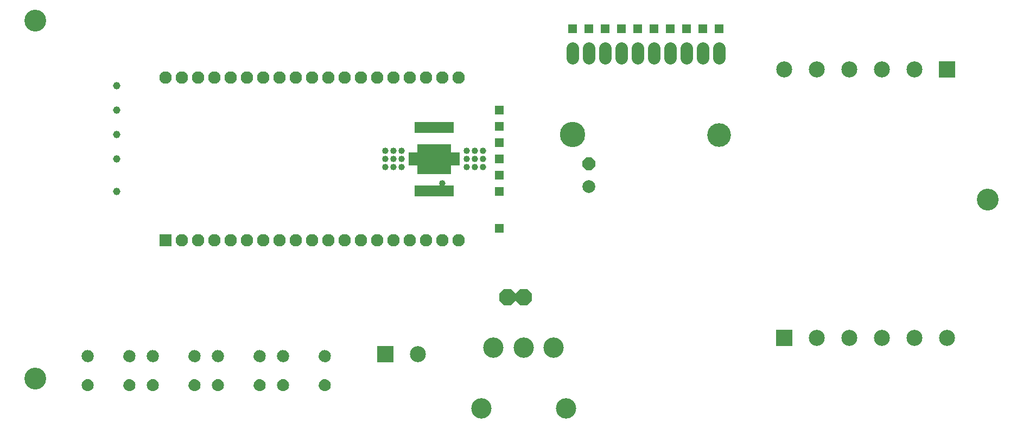
<source format=gbr>
G04 EAGLE Gerber RS-274X export*
G75*
%MOMM*%
%FSLAX34Y34*%
%LPD*%
%INSoldermask Bottom*%
%IPPOS*%
%AMOC8*
5,1,8,0,0,1.08239X$1,22.5*%
G01*
%ADD10C,3.403200*%
%ADD11C,2.003400*%
%ADD12P,2.168460X8X112.500000*%
%ADD13P,2.800792X8X202.500000*%
%ADD14R,2.503200X2.503200*%
%ADD15C,2.503200*%
%ADD16R,1.933200X1.933200*%
%ADD17C,1.933200*%
%ADD18R,1.053200X1.753200*%
%ADD19R,1.403200X1.403200*%
%ADD20C,1.927200*%
%ADD21C,3.959200*%
%ADD22C,3.705200*%
%ADD23C,3.178200*%
%ADD24C,1.009600*%
%ADD25C,1.159600*%

G36*
X725047Y383387D02*
X725047Y383387D01*
X725042Y383394D01*
X725049Y383400D01*
X725049Y396351D01*
X738500Y396351D01*
X738547Y396387D01*
X738546Y396388D01*
X738547Y396389D01*
X738543Y396395D01*
X738549Y396400D01*
X738549Y416400D01*
X738513Y416447D01*
X738506Y416442D01*
X738500Y416449D01*
X725049Y416449D01*
X725049Y429400D01*
X725013Y429447D01*
X725006Y429442D01*
X725000Y429449D01*
X672000Y429449D01*
X671953Y429413D01*
X671958Y429406D01*
X671951Y429400D01*
X671951Y416449D01*
X658500Y416449D01*
X658453Y416413D01*
X658454Y416412D01*
X658453Y416411D01*
X658457Y416405D01*
X658451Y416400D01*
X658451Y396400D01*
X658487Y396353D01*
X658494Y396358D01*
X658500Y396351D01*
X671951Y396351D01*
X671951Y383400D01*
X671987Y383353D01*
X671994Y383358D01*
X672000Y383351D01*
X725000Y383351D01*
X725047Y383387D01*
G37*
G36*
X362949Y89590D02*
X362949Y89590D01*
X362996Y89603D01*
X363071Y89613D01*
X364688Y90091D01*
X364716Y90105D01*
X364737Y90109D01*
X364761Y90123D01*
X364803Y90137D01*
X366295Y90921D01*
X366333Y90951D01*
X366399Y90989D01*
X367710Y92049D01*
X367741Y92085D01*
X367798Y92136D01*
X368877Y93431D01*
X368901Y93473D01*
X368947Y93534D01*
X369753Y95015D01*
X369768Y95060D01*
X369801Y95129D01*
X370302Y96738D01*
X370308Y96786D01*
X370327Y96860D01*
X370502Y98513D01*
X370549Y98769D01*
X370549Y98791D01*
X370556Y98951D01*
X370371Y100669D01*
X370358Y100715D01*
X370346Y100790D01*
X369830Y102439D01*
X369808Y102482D01*
X369782Y102553D01*
X368954Y104070D01*
X368924Y104108D01*
X368884Y104173D01*
X367777Y105499D01*
X367740Y105530D01*
X367688Y105586D01*
X366343Y106670D01*
X366301Y106693D01*
X366239Y106739D01*
X364708Y107540D01*
X364662Y107554D01*
X364593Y107586D01*
X362936Y108074D01*
X362888Y108079D01*
X362814Y108097D01*
X361345Y108229D01*
X361317Y108245D01*
X361278Y108251D01*
X361241Y108266D01*
X361145Y108271D01*
X361095Y108279D01*
X361075Y108276D01*
X361054Y108277D01*
X359363Y108125D01*
X359317Y108112D01*
X359241Y108102D01*
X357612Y107623D01*
X357569Y107602D01*
X357497Y107576D01*
X355993Y106789D01*
X355955Y106760D01*
X355889Y106721D01*
X354567Y105655D01*
X354535Y105619D01*
X354478Y105568D01*
X353389Y104265D01*
X353366Y104224D01*
X353319Y104163D01*
X352506Y102672D01*
X352491Y102627D01*
X352457Y102558D01*
X351950Y100938D01*
X351944Y100890D01*
X351925Y100816D01*
X351744Y99133D01*
X351720Y98935D01*
X351722Y98884D01*
X351718Y98793D01*
X351891Y97084D01*
X351905Y97038D01*
X351916Y96962D01*
X352419Y95320D01*
X352441Y95277D01*
X352467Y95205D01*
X353281Y93692D01*
X353311Y93655D01*
X353351Y93589D01*
X354444Y92265D01*
X354481Y92233D01*
X354532Y92177D01*
X355863Y91091D01*
X355906Y91068D01*
X355967Y91022D01*
X357484Y90217D01*
X357530Y90202D01*
X357599Y90170D01*
X357842Y90097D01*
X357843Y90097D01*
X359245Y89676D01*
X359292Y89670D01*
X359367Y89652D01*
X360954Y89500D01*
X360971Y89494D01*
X361065Y89452D01*
X361075Y89452D01*
X361083Y89448D01*
X361270Y89437D01*
X362949Y89590D01*
G37*
G36*
X261349Y89590D02*
X261349Y89590D01*
X261396Y89603D01*
X261471Y89613D01*
X263088Y90091D01*
X263116Y90105D01*
X263137Y90109D01*
X263161Y90123D01*
X263203Y90137D01*
X264695Y90921D01*
X264733Y90951D01*
X264799Y90989D01*
X266110Y92049D01*
X266141Y92085D01*
X266198Y92136D01*
X267277Y93431D01*
X267301Y93473D01*
X267347Y93534D01*
X268153Y95015D01*
X268168Y95060D01*
X268201Y95129D01*
X268702Y96738D01*
X268708Y96786D01*
X268727Y96860D01*
X268902Y98513D01*
X268949Y98769D01*
X268949Y98791D01*
X268956Y98951D01*
X268771Y100669D01*
X268758Y100715D01*
X268746Y100790D01*
X268230Y102439D01*
X268208Y102482D01*
X268182Y102553D01*
X267354Y104070D01*
X267324Y104108D01*
X267284Y104173D01*
X266177Y105499D01*
X266140Y105530D01*
X266088Y105586D01*
X264743Y106670D01*
X264701Y106693D01*
X264639Y106739D01*
X263108Y107540D01*
X263062Y107554D01*
X262993Y107586D01*
X261336Y108074D01*
X261288Y108079D01*
X261214Y108097D01*
X259745Y108229D01*
X259717Y108245D01*
X259678Y108251D01*
X259641Y108266D01*
X259545Y108271D01*
X259495Y108279D01*
X259475Y108276D01*
X259454Y108277D01*
X257763Y108125D01*
X257717Y108112D01*
X257641Y108102D01*
X256012Y107623D01*
X255969Y107602D01*
X255897Y107576D01*
X254393Y106789D01*
X254355Y106760D01*
X254289Y106721D01*
X252967Y105655D01*
X252935Y105619D01*
X252878Y105568D01*
X251789Y104265D01*
X251766Y104224D01*
X251719Y104163D01*
X250906Y102672D01*
X250891Y102627D01*
X250857Y102558D01*
X250350Y100938D01*
X250344Y100890D01*
X250325Y100816D01*
X250144Y99133D01*
X250120Y98935D01*
X250122Y98884D01*
X250118Y98793D01*
X250291Y97084D01*
X250305Y97038D01*
X250316Y96962D01*
X250819Y95320D01*
X250841Y95277D01*
X250867Y95205D01*
X251681Y93692D01*
X251711Y93655D01*
X251751Y93589D01*
X252844Y92265D01*
X252881Y92233D01*
X252932Y92177D01*
X254263Y91091D01*
X254306Y91068D01*
X254367Y91022D01*
X255884Y90217D01*
X255930Y90202D01*
X255999Y90170D01*
X256242Y90097D01*
X256243Y90097D01*
X257645Y89676D01*
X257692Y89670D01*
X257767Y89652D01*
X259354Y89500D01*
X259371Y89494D01*
X259465Y89452D01*
X259475Y89452D01*
X259483Y89448D01*
X259670Y89437D01*
X261349Y89590D01*
G37*
G36*
X464549Y89590D02*
X464549Y89590D01*
X464596Y89603D01*
X464671Y89613D01*
X466288Y90091D01*
X466316Y90105D01*
X466337Y90109D01*
X466361Y90123D01*
X466403Y90137D01*
X467895Y90921D01*
X467933Y90951D01*
X467999Y90989D01*
X469310Y92049D01*
X469341Y92085D01*
X469398Y92136D01*
X470477Y93431D01*
X470501Y93473D01*
X470547Y93534D01*
X471353Y95015D01*
X471368Y95060D01*
X471401Y95129D01*
X471902Y96738D01*
X471908Y96786D01*
X471927Y96860D01*
X472102Y98513D01*
X472149Y98769D01*
X472149Y98791D01*
X472156Y98951D01*
X471971Y100669D01*
X471958Y100715D01*
X471946Y100790D01*
X471430Y102439D01*
X471408Y102482D01*
X471382Y102553D01*
X470554Y104070D01*
X470524Y104108D01*
X470484Y104173D01*
X469377Y105499D01*
X469340Y105530D01*
X469288Y105586D01*
X467943Y106670D01*
X467901Y106693D01*
X467839Y106739D01*
X466308Y107540D01*
X466262Y107554D01*
X466193Y107586D01*
X464536Y108074D01*
X464488Y108079D01*
X464414Y108097D01*
X462945Y108229D01*
X462917Y108245D01*
X462878Y108251D01*
X462841Y108266D01*
X462745Y108271D01*
X462695Y108279D01*
X462675Y108276D01*
X462654Y108277D01*
X460963Y108125D01*
X460917Y108112D01*
X460841Y108102D01*
X459212Y107623D01*
X459169Y107602D01*
X459097Y107576D01*
X457593Y106789D01*
X457555Y106760D01*
X457489Y106721D01*
X456167Y105655D01*
X456135Y105619D01*
X456078Y105568D01*
X454989Y104265D01*
X454966Y104224D01*
X454919Y104163D01*
X454106Y102672D01*
X454091Y102627D01*
X454057Y102558D01*
X453550Y100938D01*
X453544Y100890D01*
X453525Y100816D01*
X453344Y99133D01*
X453320Y98935D01*
X453322Y98884D01*
X453318Y98793D01*
X453491Y97084D01*
X453505Y97038D01*
X453516Y96962D01*
X454019Y95320D01*
X454041Y95277D01*
X454067Y95205D01*
X454881Y93692D01*
X454911Y93655D01*
X454951Y93589D01*
X456044Y92265D01*
X456081Y92233D01*
X456132Y92177D01*
X457463Y91091D01*
X457506Y91068D01*
X457567Y91022D01*
X459084Y90217D01*
X459130Y90202D01*
X459199Y90170D01*
X459442Y90097D01*
X459443Y90097D01*
X460845Y89676D01*
X460892Y89670D01*
X460967Y89652D01*
X462554Y89500D01*
X462571Y89494D01*
X462665Y89452D01*
X462675Y89452D01*
X462683Y89448D01*
X462870Y89437D01*
X464549Y89590D01*
G37*
G36*
X159749Y89590D02*
X159749Y89590D01*
X159796Y89603D01*
X159871Y89613D01*
X161488Y90091D01*
X161516Y90105D01*
X161537Y90109D01*
X161561Y90123D01*
X161603Y90137D01*
X163095Y90921D01*
X163133Y90951D01*
X163199Y90989D01*
X164510Y92049D01*
X164541Y92085D01*
X164598Y92136D01*
X165677Y93431D01*
X165701Y93473D01*
X165747Y93534D01*
X166553Y95015D01*
X166568Y95060D01*
X166601Y95129D01*
X167102Y96738D01*
X167108Y96786D01*
X167127Y96860D01*
X167302Y98513D01*
X167349Y98769D01*
X167349Y98791D01*
X167356Y98951D01*
X167171Y100669D01*
X167158Y100715D01*
X167146Y100790D01*
X166630Y102439D01*
X166608Y102482D01*
X166582Y102553D01*
X165754Y104070D01*
X165724Y104108D01*
X165684Y104173D01*
X164577Y105499D01*
X164540Y105530D01*
X164488Y105586D01*
X163143Y106670D01*
X163101Y106693D01*
X163039Y106739D01*
X161508Y107540D01*
X161462Y107554D01*
X161393Y107586D01*
X159736Y108074D01*
X159688Y108079D01*
X159614Y108097D01*
X158145Y108229D01*
X158117Y108245D01*
X158078Y108251D01*
X158041Y108266D01*
X157945Y108271D01*
X157895Y108279D01*
X157875Y108276D01*
X157854Y108277D01*
X156163Y108125D01*
X156117Y108112D01*
X156041Y108102D01*
X154412Y107623D01*
X154369Y107602D01*
X154297Y107576D01*
X152793Y106789D01*
X152755Y106760D01*
X152689Y106721D01*
X151367Y105655D01*
X151335Y105619D01*
X151278Y105568D01*
X150189Y104265D01*
X150166Y104224D01*
X150119Y104163D01*
X149306Y102672D01*
X149291Y102627D01*
X149257Y102558D01*
X148750Y100938D01*
X148744Y100890D01*
X148725Y100816D01*
X148544Y99133D01*
X148520Y98935D01*
X148522Y98884D01*
X148518Y98793D01*
X148691Y97084D01*
X148705Y97038D01*
X148716Y96962D01*
X149219Y95320D01*
X149241Y95277D01*
X149267Y95205D01*
X150081Y93692D01*
X150111Y93655D01*
X150151Y93589D01*
X151244Y92265D01*
X151281Y92233D01*
X151332Y92177D01*
X152663Y91091D01*
X152706Y91068D01*
X152767Y91022D01*
X154284Y90217D01*
X154330Y90202D01*
X154399Y90170D01*
X154642Y90097D01*
X154643Y90097D01*
X156045Y89676D01*
X156092Y89670D01*
X156167Y89652D01*
X157754Y89500D01*
X157771Y89494D01*
X157865Y89452D01*
X157875Y89452D01*
X157883Y89448D01*
X158070Y89437D01*
X159749Y89590D01*
G37*
G36*
X428024Y89565D02*
X428024Y89565D01*
X428071Y89578D01*
X428146Y89588D01*
X429763Y90066D01*
X429791Y90080D01*
X429812Y90084D01*
X429836Y90098D01*
X429878Y90112D01*
X431370Y90896D01*
X431408Y90926D01*
X431474Y90964D01*
X432785Y92024D01*
X432816Y92060D01*
X432873Y92111D01*
X433952Y93406D01*
X433976Y93448D01*
X434022Y93509D01*
X434828Y94990D01*
X434843Y95035D01*
X434876Y95104D01*
X435377Y96713D01*
X435383Y96761D01*
X435402Y96835D01*
X435577Y98488D01*
X435624Y98744D01*
X435624Y98766D01*
X435631Y98926D01*
X435446Y100644D01*
X435433Y100690D01*
X435421Y100765D01*
X434905Y102414D01*
X434883Y102457D01*
X434857Y102528D01*
X434029Y104045D01*
X433999Y104083D01*
X433959Y104148D01*
X432852Y105474D01*
X432815Y105505D01*
X432763Y105561D01*
X431418Y106645D01*
X431376Y106668D01*
X431314Y106714D01*
X429783Y107515D01*
X429737Y107529D01*
X429668Y107561D01*
X428011Y108049D01*
X427963Y108054D01*
X427889Y108072D01*
X426420Y108204D01*
X426392Y108220D01*
X426353Y108226D01*
X426316Y108241D01*
X426220Y108246D01*
X426170Y108254D01*
X426150Y108251D01*
X426129Y108252D01*
X424438Y108100D01*
X424392Y108087D01*
X424316Y108077D01*
X422687Y107598D01*
X422644Y107577D01*
X422572Y107551D01*
X421068Y106764D01*
X421030Y106735D01*
X420964Y106696D01*
X419642Y105630D01*
X419610Y105594D01*
X419553Y105543D01*
X418464Y104240D01*
X418441Y104199D01*
X418394Y104138D01*
X417581Y102647D01*
X417566Y102602D01*
X417532Y102533D01*
X417025Y100913D01*
X417019Y100865D01*
X417000Y100791D01*
X416819Y99108D01*
X416795Y98910D01*
X416797Y98859D01*
X416793Y98768D01*
X416966Y97059D01*
X416980Y97013D01*
X416991Y96937D01*
X417494Y95295D01*
X417516Y95252D01*
X417542Y95180D01*
X418356Y93667D01*
X418386Y93630D01*
X418426Y93564D01*
X419519Y92240D01*
X419556Y92208D01*
X419607Y92152D01*
X420938Y91066D01*
X420981Y91043D01*
X421042Y90997D01*
X422559Y90192D01*
X422605Y90177D01*
X422674Y90145D01*
X422917Y90072D01*
X422918Y90072D01*
X424320Y89651D01*
X424367Y89645D01*
X424442Y89627D01*
X426029Y89475D01*
X426046Y89469D01*
X426140Y89427D01*
X426150Y89427D01*
X426158Y89423D01*
X426345Y89412D01*
X428024Y89565D01*
G37*
G36*
X326424Y89565D02*
X326424Y89565D01*
X326471Y89578D01*
X326546Y89588D01*
X328163Y90066D01*
X328191Y90080D01*
X328212Y90084D01*
X328236Y90098D01*
X328278Y90112D01*
X329770Y90896D01*
X329808Y90926D01*
X329874Y90964D01*
X331185Y92024D01*
X331216Y92060D01*
X331273Y92111D01*
X332352Y93406D01*
X332376Y93448D01*
X332422Y93509D01*
X333228Y94990D01*
X333243Y95035D01*
X333276Y95104D01*
X333777Y96713D01*
X333783Y96761D01*
X333802Y96835D01*
X333977Y98488D01*
X334024Y98744D01*
X334024Y98766D01*
X334031Y98926D01*
X333846Y100644D01*
X333833Y100690D01*
X333821Y100765D01*
X333305Y102414D01*
X333283Y102457D01*
X333257Y102528D01*
X332429Y104045D01*
X332399Y104083D01*
X332359Y104148D01*
X331252Y105474D01*
X331215Y105505D01*
X331163Y105561D01*
X329818Y106645D01*
X329776Y106668D01*
X329714Y106714D01*
X328183Y107515D01*
X328137Y107529D01*
X328068Y107561D01*
X326411Y108049D01*
X326363Y108054D01*
X326289Y108072D01*
X324820Y108204D01*
X324792Y108220D01*
X324753Y108226D01*
X324716Y108241D01*
X324620Y108246D01*
X324570Y108254D01*
X324550Y108251D01*
X324529Y108252D01*
X322838Y108100D01*
X322792Y108087D01*
X322716Y108077D01*
X321087Y107598D01*
X321044Y107577D01*
X320972Y107551D01*
X319468Y106764D01*
X319430Y106735D01*
X319364Y106696D01*
X318042Y105630D01*
X318010Y105594D01*
X317953Y105543D01*
X316864Y104240D01*
X316841Y104199D01*
X316794Y104138D01*
X315981Y102647D01*
X315966Y102602D01*
X315932Y102533D01*
X315425Y100913D01*
X315419Y100865D01*
X315400Y100791D01*
X315219Y99108D01*
X315195Y98910D01*
X315197Y98859D01*
X315193Y98768D01*
X315366Y97059D01*
X315380Y97013D01*
X315391Y96937D01*
X315894Y95295D01*
X315916Y95252D01*
X315942Y95180D01*
X316756Y93667D01*
X316786Y93630D01*
X316826Y93564D01*
X317919Y92240D01*
X317956Y92208D01*
X318007Y92152D01*
X319338Y91066D01*
X319381Y91043D01*
X319442Y90997D01*
X320959Y90192D01*
X321005Y90177D01*
X321074Y90145D01*
X321317Y90072D01*
X321318Y90072D01*
X322720Y89651D01*
X322767Y89645D01*
X322842Y89627D01*
X324429Y89475D01*
X324446Y89469D01*
X324540Y89427D01*
X324550Y89427D01*
X324558Y89423D01*
X324745Y89412D01*
X326424Y89565D01*
G37*
G36*
X224824Y89565D02*
X224824Y89565D01*
X224871Y89578D01*
X224946Y89588D01*
X226563Y90066D01*
X226591Y90080D01*
X226612Y90084D01*
X226636Y90098D01*
X226678Y90112D01*
X228170Y90896D01*
X228208Y90926D01*
X228274Y90964D01*
X229585Y92024D01*
X229616Y92060D01*
X229673Y92111D01*
X230752Y93406D01*
X230776Y93448D01*
X230822Y93509D01*
X231628Y94990D01*
X231643Y95035D01*
X231676Y95104D01*
X232177Y96713D01*
X232183Y96761D01*
X232202Y96835D01*
X232377Y98488D01*
X232424Y98744D01*
X232424Y98766D01*
X232431Y98926D01*
X232246Y100644D01*
X232233Y100690D01*
X232221Y100765D01*
X231705Y102414D01*
X231683Y102457D01*
X231657Y102528D01*
X230829Y104045D01*
X230799Y104083D01*
X230759Y104148D01*
X229652Y105474D01*
X229615Y105505D01*
X229563Y105561D01*
X228218Y106645D01*
X228176Y106668D01*
X228114Y106714D01*
X226583Y107515D01*
X226537Y107529D01*
X226468Y107561D01*
X224811Y108049D01*
X224763Y108054D01*
X224689Y108072D01*
X223220Y108204D01*
X223192Y108220D01*
X223153Y108226D01*
X223116Y108241D01*
X223020Y108246D01*
X222970Y108254D01*
X222950Y108251D01*
X222929Y108252D01*
X221238Y108100D01*
X221192Y108087D01*
X221116Y108077D01*
X219487Y107598D01*
X219444Y107577D01*
X219372Y107551D01*
X217868Y106764D01*
X217830Y106735D01*
X217764Y106696D01*
X216442Y105630D01*
X216410Y105594D01*
X216353Y105543D01*
X215264Y104240D01*
X215241Y104199D01*
X215194Y104138D01*
X214381Y102647D01*
X214366Y102602D01*
X214332Y102533D01*
X213825Y100913D01*
X213819Y100865D01*
X213800Y100791D01*
X213619Y99108D01*
X213595Y98910D01*
X213597Y98859D01*
X213593Y98768D01*
X213766Y97059D01*
X213780Y97013D01*
X213791Y96937D01*
X214294Y95295D01*
X214316Y95252D01*
X214342Y95180D01*
X215156Y93667D01*
X215186Y93630D01*
X215226Y93564D01*
X216319Y92240D01*
X216356Y92208D01*
X216407Y92152D01*
X217738Y91066D01*
X217781Y91043D01*
X217842Y90997D01*
X219359Y90192D01*
X219405Y90177D01*
X219474Y90145D01*
X219717Y90072D01*
X219718Y90072D01*
X221120Y89651D01*
X221167Y89645D01*
X221242Y89627D01*
X222829Y89475D01*
X222846Y89469D01*
X222940Y89427D01*
X222950Y89427D01*
X222958Y89423D01*
X223145Y89412D01*
X224824Y89565D01*
G37*
G36*
X529624Y89565D02*
X529624Y89565D01*
X529671Y89578D01*
X529746Y89588D01*
X531363Y90066D01*
X531391Y90080D01*
X531412Y90084D01*
X531436Y90098D01*
X531478Y90112D01*
X532970Y90896D01*
X533008Y90926D01*
X533074Y90964D01*
X534385Y92024D01*
X534416Y92060D01*
X534473Y92111D01*
X535552Y93406D01*
X535576Y93448D01*
X535622Y93509D01*
X536428Y94990D01*
X536443Y95035D01*
X536476Y95104D01*
X536977Y96713D01*
X536983Y96761D01*
X537002Y96835D01*
X537177Y98488D01*
X537224Y98744D01*
X537224Y98766D01*
X537231Y98926D01*
X537046Y100644D01*
X537033Y100690D01*
X537021Y100765D01*
X536505Y102414D01*
X536483Y102457D01*
X536457Y102528D01*
X535629Y104045D01*
X535599Y104083D01*
X535559Y104148D01*
X534452Y105474D01*
X534415Y105505D01*
X534363Y105561D01*
X533018Y106645D01*
X532976Y106668D01*
X532914Y106714D01*
X531383Y107515D01*
X531337Y107529D01*
X531268Y107561D01*
X529611Y108049D01*
X529563Y108054D01*
X529489Y108072D01*
X528020Y108204D01*
X527992Y108220D01*
X527953Y108226D01*
X527916Y108241D01*
X527820Y108246D01*
X527770Y108254D01*
X527750Y108251D01*
X527729Y108252D01*
X526038Y108100D01*
X525992Y108087D01*
X525916Y108077D01*
X524287Y107598D01*
X524244Y107577D01*
X524172Y107551D01*
X522668Y106764D01*
X522630Y106735D01*
X522564Y106696D01*
X521242Y105630D01*
X521210Y105594D01*
X521153Y105543D01*
X520064Y104240D01*
X520041Y104199D01*
X519994Y104138D01*
X519181Y102647D01*
X519166Y102602D01*
X519132Y102533D01*
X518625Y100913D01*
X518619Y100865D01*
X518600Y100791D01*
X518419Y99108D01*
X518395Y98910D01*
X518397Y98859D01*
X518393Y98768D01*
X518566Y97059D01*
X518580Y97013D01*
X518591Y96937D01*
X519094Y95295D01*
X519116Y95252D01*
X519142Y95180D01*
X519956Y93667D01*
X519986Y93630D01*
X520026Y93564D01*
X521119Y92240D01*
X521156Y92208D01*
X521207Y92152D01*
X522538Y91066D01*
X522581Y91043D01*
X522642Y90997D01*
X524159Y90192D01*
X524205Y90177D01*
X524274Y90145D01*
X524517Y90072D01*
X524518Y90072D01*
X525920Y89651D01*
X525967Y89645D01*
X526042Y89627D01*
X527629Y89475D01*
X527646Y89469D01*
X527740Y89427D01*
X527750Y89427D01*
X527758Y89423D01*
X527945Y89412D01*
X529624Y89565D01*
G37*
G36*
X224824Y44327D02*
X224824Y44327D01*
X224871Y44340D01*
X224946Y44350D01*
X226563Y44828D01*
X226591Y44842D01*
X226612Y44846D01*
X226636Y44860D01*
X226678Y44874D01*
X228170Y45658D01*
X228208Y45688D01*
X228274Y45726D01*
X229585Y46786D01*
X229616Y46822D01*
X229673Y46873D01*
X230752Y48168D01*
X230776Y48210D01*
X230822Y48271D01*
X231628Y49752D01*
X231643Y49797D01*
X231676Y49866D01*
X232177Y51475D01*
X232183Y51523D01*
X232202Y51597D01*
X232377Y53250D01*
X232424Y53506D01*
X232424Y53528D01*
X232431Y53688D01*
X232246Y55406D01*
X232233Y55452D01*
X232221Y55527D01*
X231705Y57176D01*
X231683Y57219D01*
X231657Y57290D01*
X230829Y58807D01*
X230799Y58845D01*
X230759Y58910D01*
X229652Y60236D01*
X229615Y60267D01*
X229563Y60323D01*
X228218Y61407D01*
X228176Y61430D01*
X228114Y61476D01*
X226583Y62277D01*
X226537Y62291D01*
X226468Y62323D01*
X224811Y62811D01*
X224763Y62816D01*
X224689Y62834D01*
X223220Y62966D01*
X223192Y62982D01*
X223153Y62988D01*
X223116Y63003D01*
X223020Y63008D01*
X222970Y63016D01*
X222950Y63013D01*
X222929Y63014D01*
X221238Y62862D01*
X221192Y62849D01*
X221116Y62839D01*
X219487Y62360D01*
X219444Y62339D01*
X219372Y62313D01*
X217868Y61526D01*
X217830Y61497D01*
X217764Y61458D01*
X216442Y60392D01*
X216410Y60356D01*
X216353Y60305D01*
X215264Y59002D01*
X215241Y58961D01*
X215194Y58900D01*
X214381Y57409D01*
X214366Y57364D01*
X214332Y57295D01*
X213825Y55675D01*
X213819Y55627D01*
X213800Y55553D01*
X213619Y53870D01*
X213595Y53672D01*
X213597Y53621D01*
X213593Y53530D01*
X213766Y51821D01*
X213780Y51775D01*
X213791Y51699D01*
X214294Y50057D01*
X214316Y50014D01*
X214342Y49942D01*
X215156Y48429D01*
X215186Y48392D01*
X215226Y48326D01*
X216319Y47002D01*
X216356Y46970D01*
X216407Y46914D01*
X217738Y45828D01*
X217781Y45805D01*
X217842Y45759D01*
X219359Y44954D01*
X219405Y44939D01*
X219474Y44907D01*
X219717Y44834D01*
X219718Y44834D01*
X221120Y44413D01*
X221167Y44407D01*
X221242Y44389D01*
X222829Y44237D01*
X222846Y44231D01*
X222940Y44189D01*
X222950Y44189D01*
X222958Y44185D01*
X223145Y44174D01*
X224824Y44327D01*
G37*
G36*
X529624Y44327D02*
X529624Y44327D01*
X529671Y44340D01*
X529746Y44350D01*
X531363Y44828D01*
X531391Y44842D01*
X531412Y44846D01*
X531436Y44860D01*
X531478Y44874D01*
X532970Y45658D01*
X533008Y45688D01*
X533074Y45726D01*
X534385Y46786D01*
X534416Y46822D01*
X534473Y46873D01*
X535552Y48168D01*
X535576Y48210D01*
X535622Y48271D01*
X536428Y49752D01*
X536443Y49797D01*
X536476Y49866D01*
X536977Y51475D01*
X536983Y51523D01*
X537002Y51597D01*
X537177Y53250D01*
X537224Y53506D01*
X537224Y53528D01*
X537231Y53688D01*
X537046Y55406D01*
X537033Y55452D01*
X537021Y55527D01*
X536505Y57176D01*
X536483Y57219D01*
X536457Y57290D01*
X535629Y58807D01*
X535599Y58845D01*
X535559Y58910D01*
X534452Y60236D01*
X534415Y60267D01*
X534363Y60323D01*
X533018Y61407D01*
X532976Y61430D01*
X532914Y61476D01*
X531383Y62277D01*
X531337Y62291D01*
X531268Y62323D01*
X529611Y62811D01*
X529563Y62816D01*
X529489Y62834D01*
X528020Y62966D01*
X527992Y62982D01*
X527953Y62988D01*
X527916Y63003D01*
X527820Y63008D01*
X527770Y63016D01*
X527750Y63013D01*
X527729Y63014D01*
X526038Y62862D01*
X525992Y62849D01*
X525916Y62839D01*
X524287Y62360D01*
X524244Y62339D01*
X524172Y62313D01*
X522668Y61526D01*
X522630Y61497D01*
X522564Y61458D01*
X521242Y60392D01*
X521210Y60356D01*
X521153Y60305D01*
X520064Y59002D01*
X520041Y58961D01*
X519994Y58900D01*
X519181Y57409D01*
X519166Y57364D01*
X519132Y57295D01*
X518625Y55675D01*
X518619Y55627D01*
X518600Y55553D01*
X518419Y53870D01*
X518395Y53672D01*
X518397Y53621D01*
X518393Y53530D01*
X518566Y51821D01*
X518580Y51775D01*
X518591Y51699D01*
X519094Y50057D01*
X519116Y50014D01*
X519142Y49942D01*
X519956Y48429D01*
X519986Y48392D01*
X520026Y48326D01*
X521119Y47002D01*
X521156Y46970D01*
X521207Y46914D01*
X522538Y45828D01*
X522581Y45805D01*
X522642Y45759D01*
X524159Y44954D01*
X524205Y44939D01*
X524274Y44907D01*
X524517Y44834D01*
X524518Y44834D01*
X525920Y44413D01*
X525967Y44407D01*
X526042Y44389D01*
X527629Y44237D01*
X527646Y44231D01*
X527740Y44189D01*
X527750Y44189D01*
X527758Y44185D01*
X527945Y44174D01*
X529624Y44327D01*
G37*
G36*
X428024Y44327D02*
X428024Y44327D01*
X428071Y44340D01*
X428146Y44350D01*
X429763Y44828D01*
X429791Y44842D01*
X429812Y44846D01*
X429836Y44860D01*
X429878Y44874D01*
X431370Y45658D01*
X431408Y45688D01*
X431474Y45726D01*
X432785Y46786D01*
X432816Y46822D01*
X432873Y46873D01*
X433952Y48168D01*
X433976Y48210D01*
X434022Y48271D01*
X434828Y49752D01*
X434843Y49797D01*
X434876Y49866D01*
X435377Y51475D01*
X435383Y51523D01*
X435402Y51597D01*
X435577Y53250D01*
X435624Y53506D01*
X435624Y53528D01*
X435631Y53688D01*
X435446Y55406D01*
X435433Y55452D01*
X435421Y55527D01*
X434905Y57176D01*
X434883Y57219D01*
X434857Y57290D01*
X434029Y58807D01*
X433999Y58845D01*
X433959Y58910D01*
X432852Y60236D01*
X432815Y60267D01*
X432763Y60323D01*
X431418Y61407D01*
X431376Y61430D01*
X431314Y61476D01*
X429783Y62277D01*
X429737Y62291D01*
X429668Y62323D01*
X428011Y62811D01*
X427963Y62816D01*
X427889Y62834D01*
X426420Y62966D01*
X426392Y62982D01*
X426353Y62988D01*
X426316Y63003D01*
X426220Y63008D01*
X426170Y63016D01*
X426150Y63013D01*
X426129Y63014D01*
X424438Y62862D01*
X424392Y62849D01*
X424316Y62839D01*
X422687Y62360D01*
X422644Y62339D01*
X422572Y62313D01*
X421068Y61526D01*
X421030Y61497D01*
X420964Y61458D01*
X419642Y60392D01*
X419610Y60356D01*
X419553Y60305D01*
X418464Y59002D01*
X418441Y58961D01*
X418394Y58900D01*
X417581Y57409D01*
X417566Y57364D01*
X417532Y57295D01*
X417025Y55675D01*
X417019Y55627D01*
X417000Y55553D01*
X416819Y53870D01*
X416795Y53672D01*
X416797Y53621D01*
X416793Y53530D01*
X416966Y51821D01*
X416980Y51775D01*
X416991Y51699D01*
X417494Y50057D01*
X417516Y50014D01*
X417542Y49942D01*
X418356Y48429D01*
X418386Y48392D01*
X418426Y48326D01*
X419519Y47002D01*
X419556Y46970D01*
X419607Y46914D01*
X420938Y45828D01*
X420981Y45805D01*
X421042Y45759D01*
X422559Y44954D01*
X422605Y44939D01*
X422674Y44907D01*
X422917Y44834D01*
X422918Y44834D01*
X424320Y44413D01*
X424367Y44407D01*
X424442Y44389D01*
X426029Y44237D01*
X426046Y44231D01*
X426140Y44189D01*
X426150Y44189D01*
X426158Y44185D01*
X426345Y44174D01*
X428024Y44327D01*
G37*
G36*
X326424Y44327D02*
X326424Y44327D01*
X326471Y44340D01*
X326546Y44350D01*
X328163Y44828D01*
X328191Y44842D01*
X328212Y44846D01*
X328236Y44860D01*
X328278Y44874D01*
X329770Y45658D01*
X329808Y45688D01*
X329874Y45726D01*
X331185Y46786D01*
X331216Y46822D01*
X331273Y46873D01*
X332352Y48168D01*
X332376Y48210D01*
X332422Y48271D01*
X333228Y49752D01*
X333243Y49797D01*
X333276Y49866D01*
X333777Y51475D01*
X333783Y51523D01*
X333802Y51597D01*
X333977Y53250D01*
X334024Y53506D01*
X334024Y53528D01*
X334031Y53688D01*
X333846Y55406D01*
X333833Y55452D01*
X333821Y55527D01*
X333305Y57176D01*
X333283Y57219D01*
X333257Y57290D01*
X332429Y58807D01*
X332399Y58845D01*
X332359Y58910D01*
X331252Y60236D01*
X331215Y60267D01*
X331163Y60323D01*
X329818Y61407D01*
X329776Y61430D01*
X329714Y61476D01*
X328183Y62277D01*
X328137Y62291D01*
X328068Y62323D01*
X326411Y62811D01*
X326363Y62816D01*
X326289Y62834D01*
X324820Y62966D01*
X324792Y62982D01*
X324753Y62988D01*
X324716Y63003D01*
X324620Y63008D01*
X324570Y63016D01*
X324550Y63013D01*
X324529Y63014D01*
X322838Y62862D01*
X322792Y62849D01*
X322716Y62839D01*
X321087Y62360D01*
X321044Y62339D01*
X320972Y62313D01*
X319468Y61526D01*
X319430Y61497D01*
X319364Y61458D01*
X318042Y60392D01*
X318010Y60356D01*
X317953Y60305D01*
X316864Y59002D01*
X316841Y58961D01*
X316794Y58900D01*
X315981Y57409D01*
X315966Y57364D01*
X315932Y57295D01*
X315425Y55675D01*
X315419Y55627D01*
X315400Y55553D01*
X315219Y53870D01*
X315195Y53672D01*
X315197Y53621D01*
X315193Y53530D01*
X315366Y51821D01*
X315380Y51775D01*
X315391Y51699D01*
X315894Y50057D01*
X315916Y50014D01*
X315942Y49942D01*
X316756Y48429D01*
X316786Y48392D01*
X316826Y48326D01*
X317919Y47002D01*
X317956Y46970D01*
X318007Y46914D01*
X319338Y45828D01*
X319381Y45805D01*
X319442Y45759D01*
X320959Y44954D01*
X321005Y44939D01*
X321074Y44907D01*
X321317Y44834D01*
X321318Y44834D01*
X322720Y44413D01*
X322767Y44407D01*
X322842Y44389D01*
X324429Y44237D01*
X324446Y44231D01*
X324540Y44189D01*
X324550Y44189D01*
X324558Y44185D01*
X324745Y44174D01*
X326424Y44327D01*
G37*
G36*
X363000Y44302D02*
X363000Y44302D01*
X363047Y44315D01*
X363122Y44325D01*
X364739Y44803D01*
X364767Y44817D01*
X364788Y44821D01*
X364812Y44835D01*
X364854Y44849D01*
X366346Y45633D01*
X366384Y45663D01*
X366450Y45701D01*
X367761Y46761D01*
X367792Y46797D01*
X367849Y46848D01*
X368928Y48143D01*
X368952Y48185D01*
X368998Y48246D01*
X369804Y49727D01*
X369819Y49772D01*
X369852Y49841D01*
X370353Y51450D01*
X370359Y51498D01*
X370378Y51572D01*
X370553Y53225D01*
X370600Y53481D01*
X370600Y53503D01*
X370607Y53663D01*
X370422Y55381D01*
X370409Y55427D01*
X370397Y55502D01*
X369881Y57151D01*
X369859Y57194D01*
X369833Y57265D01*
X369005Y58782D01*
X368975Y58820D01*
X368935Y58885D01*
X367828Y60211D01*
X367791Y60242D01*
X367739Y60298D01*
X366394Y61382D01*
X366352Y61405D01*
X366290Y61451D01*
X364759Y62252D01*
X364713Y62266D01*
X364644Y62298D01*
X362987Y62786D01*
X362939Y62791D01*
X362865Y62809D01*
X361396Y62941D01*
X361368Y62957D01*
X361329Y62963D01*
X361292Y62978D01*
X361196Y62983D01*
X361146Y62991D01*
X361126Y62988D01*
X361105Y62989D01*
X359414Y62837D01*
X359368Y62824D01*
X359292Y62814D01*
X357663Y62335D01*
X357620Y62314D01*
X357548Y62288D01*
X356044Y61501D01*
X356006Y61472D01*
X355940Y61433D01*
X354618Y60367D01*
X354586Y60331D01*
X354529Y60280D01*
X353440Y58977D01*
X353417Y58936D01*
X353370Y58875D01*
X352557Y57384D01*
X352542Y57339D01*
X352508Y57270D01*
X352001Y55650D01*
X351995Y55602D01*
X351976Y55528D01*
X351795Y53845D01*
X351771Y53647D01*
X351773Y53596D01*
X351769Y53505D01*
X351942Y51796D01*
X351956Y51750D01*
X351967Y51674D01*
X352470Y50032D01*
X352492Y49989D01*
X352518Y49917D01*
X353332Y48404D01*
X353362Y48367D01*
X353402Y48301D01*
X354495Y46977D01*
X354532Y46945D01*
X354583Y46889D01*
X355914Y45803D01*
X355957Y45780D01*
X356018Y45734D01*
X357535Y44929D01*
X357581Y44914D01*
X357650Y44882D01*
X357893Y44809D01*
X357894Y44809D01*
X359296Y44388D01*
X359343Y44382D01*
X359418Y44364D01*
X361005Y44212D01*
X361022Y44206D01*
X361116Y44164D01*
X361126Y44164D01*
X361134Y44160D01*
X361321Y44149D01*
X363000Y44302D01*
G37*
G36*
X261400Y44302D02*
X261400Y44302D01*
X261447Y44315D01*
X261522Y44325D01*
X263139Y44803D01*
X263167Y44817D01*
X263188Y44821D01*
X263212Y44835D01*
X263254Y44849D01*
X264746Y45633D01*
X264784Y45663D01*
X264850Y45701D01*
X266161Y46761D01*
X266192Y46797D01*
X266249Y46848D01*
X267328Y48143D01*
X267352Y48185D01*
X267398Y48246D01*
X268204Y49727D01*
X268219Y49772D01*
X268252Y49841D01*
X268753Y51450D01*
X268759Y51498D01*
X268778Y51572D01*
X268953Y53225D01*
X269000Y53481D01*
X269000Y53503D01*
X269007Y53663D01*
X268822Y55381D01*
X268809Y55427D01*
X268797Y55502D01*
X268281Y57151D01*
X268259Y57194D01*
X268233Y57265D01*
X267405Y58782D01*
X267375Y58820D01*
X267335Y58885D01*
X266228Y60211D01*
X266191Y60242D01*
X266139Y60298D01*
X264794Y61382D01*
X264752Y61405D01*
X264690Y61451D01*
X263159Y62252D01*
X263113Y62266D01*
X263044Y62298D01*
X261387Y62786D01*
X261339Y62791D01*
X261265Y62809D01*
X259796Y62941D01*
X259768Y62957D01*
X259729Y62963D01*
X259692Y62978D01*
X259596Y62983D01*
X259546Y62991D01*
X259526Y62988D01*
X259505Y62989D01*
X257814Y62837D01*
X257768Y62824D01*
X257692Y62814D01*
X256063Y62335D01*
X256020Y62314D01*
X255948Y62288D01*
X254444Y61501D01*
X254406Y61472D01*
X254340Y61433D01*
X253018Y60367D01*
X252986Y60331D01*
X252929Y60280D01*
X251840Y58977D01*
X251817Y58936D01*
X251770Y58875D01*
X250957Y57384D01*
X250942Y57339D01*
X250908Y57270D01*
X250401Y55650D01*
X250395Y55602D01*
X250376Y55528D01*
X250195Y53845D01*
X250171Y53647D01*
X250173Y53596D01*
X250169Y53505D01*
X250342Y51796D01*
X250356Y51750D01*
X250367Y51674D01*
X250870Y50032D01*
X250892Y49989D01*
X250918Y49917D01*
X251732Y48404D01*
X251762Y48367D01*
X251802Y48301D01*
X252895Y46977D01*
X252932Y46945D01*
X252983Y46889D01*
X254314Y45803D01*
X254357Y45780D01*
X254418Y45734D01*
X255935Y44929D01*
X255981Y44914D01*
X256050Y44882D01*
X256293Y44809D01*
X256294Y44809D01*
X257696Y44388D01*
X257743Y44382D01*
X257818Y44364D01*
X259405Y44212D01*
X259422Y44206D01*
X259516Y44164D01*
X259526Y44164D01*
X259534Y44160D01*
X259721Y44149D01*
X261400Y44302D01*
G37*
G36*
X159800Y44302D02*
X159800Y44302D01*
X159847Y44315D01*
X159922Y44325D01*
X161539Y44803D01*
X161567Y44817D01*
X161588Y44821D01*
X161612Y44835D01*
X161654Y44849D01*
X163146Y45633D01*
X163184Y45663D01*
X163250Y45701D01*
X164561Y46761D01*
X164592Y46797D01*
X164649Y46848D01*
X165728Y48143D01*
X165752Y48185D01*
X165798Y48246D01*
X166604Y49727D01*
X166619Y49772D01*
X166652Y49841D01*
X167153Y51450D01*
X167159Y51498D01*
X167178Y51572D01*
X167353Y53225D01*
X167400Y53481D01*
X167400Y53503D01*
X167407Y53663D01*
X167222Y55381D01*
X167209Y55427D01*
X167197Y55502D01*
X166681Y57151D01*
X166659Y57194D01*
X166633Y57265D01*
X165805Y58782D01*
X165775Y58820D01*
X165735Y58885D01*
X164628Y60211D01*
X164591Y60242D01*
X164539Y60298D01*
X163194Y61382D01*
X163152Y61405D01*
X163090Y61451D01*
X161559Y62252D01*
X161513Y62266D01*
X161444Y62298D01*
X159787Y62786D01*
X159739Y62791D01*
X159665Y62809D01*
X158196Y62941D01*
X158168Y62957D01*
X158129Y62963D01*
X158092Y62978D01*
X157996Y62983D01*
X157946Y62991D01*
X157926Y62988D01*
X157905Y62989D01*
X156214Y62837D01*
X156168Y62824D01*
X156092Y62814D01*
X154463Y62335D01*
X154420Y62314D01*
X154348Y62288D01*
X152844Y61501D01*
X152806Y61472D01*
X152740Y61433D01*
X151418Y60367D01*
X151386Y60331D01*
X151329Y60280D01*
X150240Y58977D01*
X150217Y58936D01*
X150170Y58875D01*
X149357Y57384D01*
X149342Y57339D01*
X149308Y57270D01*
X148801Y55650D01*
X148795Y55602D01*
X148776Y55528D01*
X148595Y53845D01*
X148571Y53647D01*
X148573Y53596D01*
X148569Y53505D01*
X148742Y51796D01*
X148756Y51750D01*
X148767Y51674D01*
X149270Y50032D01*
X149292Y49989D01*
X149318Y49917D01*
X150132Y48404D01*
X150162Y48367D01*
X150202Y48301D01*
X151295Y46977D01*
X151332Y46945D01*
X151383Y46889D01*
X152714Y45803D01*
X152757Y45780D01*
X152818Y45734D01*
X154335Y44929D01*
X154381Y44914D01*
X154450Y44882D01*
X154693Y44809D01*
X154694Y44809D01*
X156096Y44388D01*
X156143Y44382D01*
X156218Y44364D01*
X157805Y44212D01*
X157822Y44206D01*
X157916Y44164D01*
X157926Y44164D01*
X157934Y44160D01*
X158121Y44149D01*
X159800Y44302D01*
G37*
G36*
X464600Y44302D02*
X464600Y44302D01*
X464647Y44315D01*
X464722Y44325D01*
X466339Y44803D01*
X466367Y44817D01*
X466388Y44821D01*
X466412Y44835D01*
X466454Y44849D01*
X467946Y45633D01*
X467984Y45663D01*
X468050Y45701D01*
X469361Y46761D01*
X469392Y46797D01*
X469449Y46848D01*
X470528Y48143D01*
X470552Y48185D01*
X470598Y48246D01*
X471404Y49727D01*
X471419Y49772D01*
X471452Y49841D01*
X471953Y51450D01*
X471959Y51498D01*
X471978Y51572D01*
X472153Y53225D01*
X472200Y53481D01*
X472200Y53503D01*
X472207Y53663D01*
X472022Y55381D01*
X472009Y55427D01*
X471997Y55502D01*
X471481Y57151D01*
X471459Y57194D01*
X471433Y57265D01*
X470605Y58782D01*
X470575Y58820D01*
X470535Y58885D01*
X469428Y60211D01*
X469391Y60242D01*
X469339Y60298D01*
X467994Y61382D01*
X467952Y61405D01*
X467890Y61451D01*
X466359Y62252D01*
X466313Y62266D01*
X466244Y62298D01*
X464587Y62786D01*
X464539Y62791D01*
X464465Y62809D01*
X462996Y62941D01*
X462968Y62957D01*
X462929Y62963D01*
X462892Y62978D01*
X462796Y62983D01*
X462746Y62991D01*
X462726Y62988D01*
X462705Y62989D01*
X461014Y62837D01*
X460968Y62824D01*
X460892Y62814D01*
X459263Y62335D01*
X459220Y62314D01*
X459148Y62288D01*
X457644Y61501D01*
X457606Y61472D01*
X457540Y61433D01*
X456218Y60367D01*
X456186Y60331D01*
X456129Y60280D01*
X455040Y58977D01*
X455017Y58936D01*
X454970Y58875D01*
X454157Y57384D01*
X454142Y57339D01*
X454108Y57270D01*
X453601Y55650D01*
X453595Y55602D01*
X453576Y55528D01*
X453395Y53845D01*
X453371Y53647D01*
X453373Y53596D01*
X453369Y53505D01*
X453542Y51796D01*
X453556Y51750D01*
X453567Y51674D01*
X454070Y50032D01*
X454092Y49989D01*
X454118Y49917D01*
X454932Y48404D01*
X454962Y48367D01*
X455002Y48301D01*
X456095Y46977D01*
X456132Y46945D01*
X456183Y46889D01*
X457514Y45803D01*
X457557Y45780D01*
X457618Y45734D01*
X459135Y44929D01*
X459181Y44914D01*
X459250Y44882D01*
X459493Y44809D01*
X459494Y44809D01*
X460896Y44388D01*
X460943Y44382D01*
X461018Y44364D01*
X462605Y44212D01*
X462622Y44206D01*
X462716Y44164D01*
X462726Y44164D01*
X462734Y44160D01*
X462921Y44149D01*
X464600Y44302D01*
G37*
D10*
X76200Y622300D03*
X76200Y63500D03*
X1562100Y342900D03*
D11*
X939800Y363220D03*
D12*
X939800Y398780D03*
D13*
X838200Y190500D03*
D14*
X622300Y101600D03*
D15*
X673100Y101600D03*
D14*
X1244600Y127000D03*
D15*
X1295400Y127000D03*
X1346200Y127000D03*
X1397000Y127000D03*
X1447800Y127000D03*
X1498600Y127000D03*
D14*
X1498600Y546100D03*
D15*
X1447800Y546100D03*
X1397000Y546100D03*
X1346200Y546100D03*
X1295400Y546100D03*
X1244600Y546100D03*
D16*
X279500Y279400D03*
D17*
X304900Y279400D03*
X330300Y279400D03*
X355700Y279400D03*
X381100Y279400D03*
X406500Y279400D03*
X431900Y279400D03*
X457300Y279400D03*
X482700Y279400D03*
X508100Y279400D03*
X533500Y279400D03*
X558900Y279400D03*
X584300Y279400D03*
X609700Y279400D03*
X635100Y279400D03*
X660500Y279400D03*
X685900Y279400D03*
X711300Y279400D03*
X736700Y279400D03*
X736700Y533400D03*
X711300Y533400D03*
X685900Y533400D03*
X660500Y533400D03*
X635100Y533400D03*
X609700Y533400D03*
X584300Y533400D03*
X558900Y533400D03*
X533500Y533400D03*
X508100Y533400D03*
X482700Y533400D03*
X457300Y533400D03*
X431900Y533400D03*
X406500Y533400D03*
X381100Y533400D03*
X355700Y533400D03*
X330300Y533400D03*
X304900Y533400D03*
X279500Y533400D03*
D18*
X723500Y356650D03*
X713500Y356650D03*
X703500Y356650D03*
X693500Y356650D03*
X683500Y356650D03*
X673500Y356650D03*
X673500Y456150D03*
X683500Y456150D03*
X693500Y456150D03*
X703500Y456150D03*
X713500Y456150D03*
X723500Y456150D03*
D13*
X812800Y190500D03*
D19*
X800100Y457200D03*
X800100Y431800D03*
X800100Y381000D03*
X914400Y609600D03*
X939800Y609600D03*
X965200Y609600D03*
X990600Y609600D03*
X1016000Y609600D03*
X1041400Y609600D03*
X1066800Y609600D03*
X1092200Y609600D03*
X1117600Y609600D03*
X1143000Y609600D03*
D20*
X914400Y579120D02*
X914400Y563880D01*
X939800Y563880D02*
X939800Y579120D01*
X965200Y579120D02*
X965200Y563880D01*
X990600Y563880D02*
X990600Y579120D01*
X1016000Y579120D02*
X1016000Y563880D01*
X1041400Y563880D02*
X1041400Y579120D01*
X1066800Y579120D02*
X1066800Y563880D01*
X1092200Y563880D02*
X1092200Y579120D01*
X1117600Y579120D02*
X1117600Y563880D01*
X1143000Y563880D02*
X1143000Y579120D01*
D21*
X914400Y444500D03*
D22*
X1142873Y444246D03*
D19*
X800100Y406400D03*
X800100Y482600D03*
X800100Y298450D03*
X800100Y355600D03*
D23*
X885200Y112200D03*
X838200Y112200D03*
X791200Y112200D03*
X904250Y16900D03*
X772150Y16900D03*
D24*
X622300Y419100D03*
X622300Y406400D03*
X635000Y419100D03*
X647700Y419100D03*
X635000Y406400D03*
X647700Y406400D03*
X622300Y393700D03*
X635000Y393700D03*
X647700Y393700D03*
X749300Y419100D03*
X762000Y419100D03*
X774700Y419100D03*
X749300Y406400D03*
X749300Y406400D03*
X762000Y406400D03*
X762000Y406400D03*
X774700Y406400D03*
X749300Y393700D03*
X762000Y393700D03*
X762000Y393700D03*
X774700Y393700D03*
X774700Y393700D03*
X711200Y368300D03*
D25*
X203200Y355600D03*
X203200Y406400D03*
X203200Y444500D03*
X203200Y482600D03*
X203200Y520700D03*
M02*

</source>
